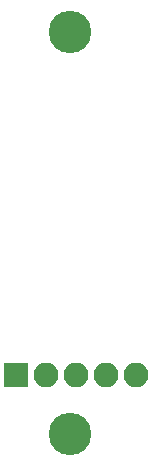
<source format=gbs>
%TF.GenerationSoftware,KiCad,Pcbnew,4.0.7*%
%TF.CreationDate,2018-06-20T04:11:10+02:00*%
%TF.ProjectId,RFID_BOARD_EM4095,524649445F424F4152445F454D343039,rev?*%
%TF.FileFunction,Soldermask,Bot*%
%FSLAX46Y46*%
G04 Gerber Fmt 4.6, Leading zero omitted, Abs format (unit mm)*
G04 Created by KiCad (PCBNEW 4.0.7) date 2018 June 20, Wednesday 04:11:10*
%MOMM*%
%LPD*%
G01*
G04 APERTURE LIST*
%ADD10C,0.100000*%
%ADD11C,3.600000*%
%ADD12R,2.100000X2.100000*%
%ADD13O,2.100000X2.100000*%
G04 APERTURE END LIST*
D10*
D11*
X157000000Y-94500000D03*
D12*
X152460000Y-123500000D03*
D13*
X155000000Y-123500000D03*
X157540000Y-123500000D03*
X160080000Y-123500000D03*
X162620000Y-123500000D03*
D11*
X157000000Y-128500000D03*
M02*

</source>
